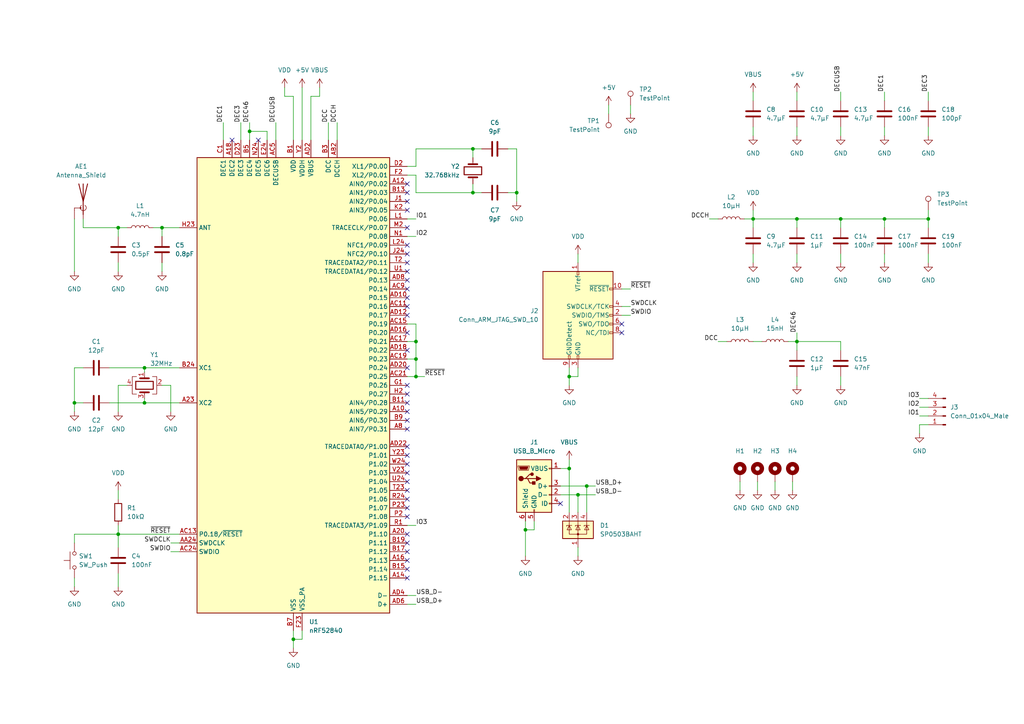
<source format=kicad_sch>
(kicad_sch (version 20211123) (generator eeschema)
  (paper "A4")
  (lib_symbols
    (symbol "Connector:Conn_01x04_Male" (pin_names (offset 1.016) hide)
      (property "Reference" "J" (at 0 5.08 0))
      (property "Value" "Conn_01x04_Male" (at 0 -7.62 0))
      (symbol "Conn_01x04_Male_1_1"
        (polyline (pts (xy 1.27 -5.08) (xy 0.8636 -5.08)) (stroke (width 0.1524)))
        (polyline (pts (xy 1.27 -2.54) (xy 0.8636 -2.54)) (stroke (width 0.1524)))
        (polyline (pts (xy 1.27 0) (xy 0.8636 0)) (stroke (width 0.1524)))
        (polyline (pts (xy 1.27 2.54) (xy 0.8636 2.54)) (stroke (width 0.1524)))
        (rectangle (start 0.8636 -4.953) (end 0 -5.207) (stroke (width 0.1524)) (fill (type outline)))
        (rectangle (start 0.8636 -2.413) (end 0 -2.667) (stroke (width 0.1524)) (fill (type outline)))
        (rectangle (start 0.8636 0.127) (end 0 -0.127) (stroke (width 0.1524)) (fill (type outline)))
        (rectangle (start 0.8636 2.667) (end 0 2.413) (stroke (width 0.1524)) (fill (type outline)))
        (pin passive line (at 5.08 2.54 180) (length 3.81) (name "Pin_1") (number "1"))
        (pin passive line (at 5.08 0 180) (length 3.81) (name "Pin_2") (number "2"))
        (pin passive line (at 5.08 -2.54 180) (length 3.81) (name "Pin_3") (number "3"))
        (pin passive line (at 5.08 -5.08 180) (length 3.81) (name "Pin_4") (number "4"))
      )
    )
    (symbol "Connector:Conn_ARM_JTAG_SWD_10" (pin_names (offset 1.016))
      (property "Reference" "J" (at -2.54 16.51 0))
      (property "Value" "Conn_ARM_JTAG_SWD_10" (at -2.54 13.97 0))
      (symbol "Conn_ARM_JTAG_SWD_10_0_1"
        (rectangle (start -10.16 12.7) (end 10.16 -12.7) (stroke (width 0.254)) (fill (type background)))
        (rectangle (start -2.794 -12.7) (end -2.286 -11.684))
        (rectangle (start -0.254 -12.7) (end 0.254 -11.684))
        (rectangle (start -0.254 12.7) (end 0.254 11.684))
        (rectangle (start 9.144 2.286) (end 10.16 2.794))
        (rectangle (start 10.16 -2.794) (end 9.144 -2.286))
        (rectangle (start 10.16 -0.254) (end 9.144 0.254))
        (rectangle (start 10.16 7.874) (end 9.144 7.366))
      )
      (symbol "Conn_ARM_JTAG_SWD_10_1_1"
        (rectangle (start 9.144 -5.334) (end 10.16 -4.826))
        (pin power_in line (at 0 15.24 270) (length 2.54) (name "VTref") (number "1"))
        (pin open_collector line (at 12.7 7.62 180) (length 2.54) (name "~{RESET}") (number "10"))
        (pin bidirectional line (at 12.7 0 180) (length 2.54) (name "SWDIO/TMS") (number "2"))
        (pin power_in line (at 0 -15.24 90) (length 2.54) (name "GND") (number "3"))
        (pin output line (at 12.7 2.54 180) (length 2.54) (name "SWDCLK/TCK") (number "4"))
        (pin passive line (at 0 -15.24 90) (length 2.54) hide (name "GND") (number "5"))
        (pin input line (at 12.7 -2.54 180) (length 2.54) (name "SWO/TDO") (number "6"))
        (pin no_connect line (at -10.16 0 0) (length 2.54) hide (name "KEY") (number "7"))
        (pin output line (at 12.7 -5.08 180) (length 2.54) (name "NC/TDI") (number "8"))
        (pin passive line (at -2.54 -15.24 90) (length 2.54) (name "GNDDetect") (number "9"))
      )
    )
    (symbol "Connector:TestPoint" (pin_numbers hide) (pin_names (offset 0.762) hide)
      (property "Reference" "TP" (at 0 6.858 0))
      (property "Value" "TestPoint" (at 0 5.08 0))
      (symbol "TestPoint_0_1"
        (circle (center 0 3.302) (radius 0.762))
      )
      (symbol "TestPoint_1_1"
        (pin passive line (at 0 0 90) (length 2.54) (name "1") (number "1"))
      )
    )
    (symbol "Connector:USB_B_Micro" (pin_names (offset 1.016))
      (property "Reference" "J" (at -5.08 11.43 0))
      (property "Value" "USB_B_Micro" (at -5.08 8.89 0))
      (symbol "USB_B_Micro_0_1"
        (rectangle (start -5.08 -7.62) (end 5.08 7.62) (stroke (width 0.254)) (fill (type background)))
        (circle (center -3.81 2.159) (radius 0.635) (stroke (width 0.254)) (fill (type outline)))
        (circle (center -0.635 3.429) (radius 0.381) (stroke (width 0.254)) (fill (type outline)))
        (rectangle (start -0.127 -7.62) (end 0.127 -6.858))
        (polyline (pts (xy -1.905 2.159) (xy 0.635 2.159)) (stroke (width 0.254)))
        (polyline (pts (xy -3.175 2.159) (xy -2.54 2.159) (xy -1.27 3.429) (xy -0.635 3.429)) (stroke (width 0.254)))
        (polyline (pts (xy -2.54 2.159) (xy -1.905 2.159) (xy -1.27 0.889) (xy 0 0.889)) (stroke (width 0.254)))
        (polyline (pts (xy 0.635 2.794) (xy 0.635 1.524) (xy 1.905 2.159) (xy 0.635 2.794)) (stroke (width 0.254)) (fill (type outline)))
        (polyline (pts (xy -4.318 5.588) (xy -1.778 5.588) (xy -2.032 4.826) (xy -4.064 4.826) (xy -4.318 5.588)) (fill (type outline)))
        (polyline (pts (xy -4.699 5.842) (xy -4.699 5.588) (xy -4.445 4.826) (xy -4.445 4.572) (xy -1.651 4.572) (xy -1.651 4.826) (xy -1.397 5.588) (xy -1.397 5.842) (xy -4.699 5.842)))
        (rectangle (start 0.254 1.27) (end -0.508 0.508) (stroke (width 0.254)) (fill (type outline)))
        (rectangle (start 5.08 -5.207) (end 4.318 -4.953))
        (rectangle (start 5.08 -2.667) (end 4.318 -2.413))
        (rectangle (start 5.08 -0.127) (end 4.318 0.127))
        (rectangle (start 5.08 4.953) (end 4.318 5.207))
      )
      (symbol "USB_B_Micro_1_1"
        (pin power_out line (at 7.62 5.08 180) (length 2.54) (name "VBUS") (number "1"))
        (pin bidirectional line (at 7.62 -2.54 180) (length 2.54) (name "D-") (number "2"))
        (pin bidirectional line (at 7.62 0 180) (length 2.54) (name "D+") (number "3"))
        (pin passive line (at 7.62 -5.08 180) (length 2.54) (name "ID") (number "4"))
        (pin power_out line (at 0 -10.16 90) (length 2.54) (name "GND") (number "5"))
        (pin passive line (at -2.54 -10.16 90) (length 2.54) (name "Shield") (number "6"))
      )
    )
    (symbol "Device:Antenna_Shield" (pin_numbers hide) (pin_names (offset 1.016) hide)
      (property "Reference" "AE" (at -1.905 4.445 0))
      (property "Value" "Antenna_Shield" (at -1.905 2.54 0))
      (symbol "Antenna_Shield_0_1"
        (arc (start -0.508 -1.143) (mid -0.8429 -2.1194) (end 0 -2.667))
        (arc (start 0 -2.667) (mid 0.7989 -2.1052) (end 0.508 -1.143))
        (polyline (pts (xy 0 -2.54) (xy 0 0)))
        (polyline (pts (xy 0 5.08) (xy 0 -3.81)) (stroke (width 0.254)))
        (polyline (pts (xy 0.762 -1.905) (xy 2.54 -1.905)))
        (polyline (pts (xy 2.54 -2.54) (xy 2.54 -1.905)))
        (polyline (pts (xy 1.27 5.08) (xy 0 0) (xy -1.27 5.08)) (stroke (width 0.254)))
        (circle (center 0.762 -1.905) (radius 0.1778) (fill (type outline)))
      )
      (symbol "Antenna_Shield_1_1"
        (pin input line (at 0 -5.08 90) (length 2.54) (name "A") (number "1"))
        (pin input line (at 2.54 -5.08 90) (length 2.54) (name "Shield") (number "2"))
      )
    )
    (symbol "Device:C" (pin_numbers hide) (pin_names (offset 0.254))
      (property "Reference" "C" (at 0.635 2.54 0))
      (property "Value" "C" (at 0.635 -2.54 0))
      (symbol "C_0_1"
        (polyline (pts (xy -2.032 -0.762) (xy 2.032 -0.762)) (stroke (width 0.508)))
        (polyline (pts (xy -2.032 0.762) (xy 2.032 0.762)) (stroke (width 0.508)))
      )
      (symbol "C_1_1"
        (pin passive line (at 0 3.81 270) (length 2.794) (name "~") (number "1"))
        (pin passive line (at 0 -3.81 90) (length 2.794) (name "~") (number "2"))
      )
    )
    (symbol "Device:Crystal" (pin_numbers hide) (pin_names (offset 1.016) hide)
      (property "Reference" "Y" (at 0 3.81 0))
      (property "Value" "Crystal" (at 0 -3.81 0))
      (symbol "Crystal_0_1"
        (rectangle (start -1.143 2.54) (end 1.143 -2.54) (stroke (width 0.3048)))
        (polyline (pts (xy -2.54 0) (xy -1.905 0)))
        (polyline (pts (xy -1.905 -1.27) (xy -1.905 1.27)) (stroke (width 0.508)))
        (polyline (pts (xy 1.905 -1.27) (xy 1.905 1.27)) (stroke (width 0.508)))
        (polyline (pts (xy 2.54 0) (xy 1.905 0)))
      )
      (symbol "Crystal_1_1"
        (pin passive line (at -3.81 0 0) (length 1.27) (name "1") (number "1"))
        (pin passive line (at 3.81 0 180) (length 1.27) (name "2") (number "2"))
      )
    )
    (symbol "Device:Crystal_GND24" (pin_names (offset 1.016) hide)
      (property "Reference" "Y" (at 3.175 5.08 0))
      (property "Value" "Crystal_GND24" (at 3.175 3.175 0))
      (symbol "Crystal_GND24_0_1"
        (rectangle (start -1.143 2.54) (end 1.143 -2.54) (stroke (width 0.3048)))
        (polyline (pts (xy -2.54 0) (xy -2.032 0)))
        (polyline (pts (xy -2.032 -1.27) (xy -2.032 1.27)) (stroke (width 0.508)))
        (polyline (pts (xy 0 -3.81) (xy 0 -3.556)))
        (polyline (pts (xy 0 3.556) (xy 0 3.81)))
        (polyline (pts (xy 2.032 -1.27) (xy 2.032 1.27)) (stroke (width 0.508)))
        (polyline (pts (xy 2.032 0) (xy 2.54 0)))
        (polyline (pts (xy -2.54 -2.286) (xy -2.54 -3.556) (xy 2.54 -3.556) (xy 2.54 -2.286)))
        (polyline (pts (xy -2.54 2.286) (xy -2.54 3.556) (xy 2.54 3.556) (xy 2.54 2.286)))
      )
      (symbol "Crystal_GND24_1_1"
        (pin passive line (at -3.81 0 0) (length 1.27) (name "1") (number "1"))
        (pin passive line (at 0 5.08 270) (length 1.27) (name "2") (number "2"))
        (pin passive line (at 3.81 0 180) (length 1.27) (name "3") (number "3"))
        (pin passive line (at 0 -5.08 90) (length 1.27) (name "4") (number "4"))
      )
    )
    (symbol "Device:L" (pin_numbers hide) (pin_names (offset 1.016) hide)
      (property "Reference" "L" (at -1.27 0 90))
      (property "Value" "L" (at 1.905 0 90))
      (symbol "L_0_1"
        (arc (start 0 -2.54) (mid 0.635 -1.905) (end 0 -1.27))
        (arc (start 0 -1.27) (mid 0.635 -0.635) (end 0 0))
        (arc (start 0 0) (mid 0.635 0.635) (end 0 1.27))
        (arc (start 0 1.27) (mid 0.635 1.905) (end 0 2.54))
      )
      (symbol "L_1_1"
        (pin passive line (at 0 3.81 270) (length 1.27) (name "1") (number "1"))
        (pin passive line (at 0 -3.81 90) (length 1.27) (name "2") (number "2"))
      )
    )
    (symbol "Device:R" (pin_numbers hide) (pin_names (offset 0))
      (property "Reference" "R" (at 2.032 0 90))
      (property "Value" "R" (at 0 0 90))
      (symbol "R_0_1"
        (rectangle (start -1.016 -2.54) (end 1.016 2.54) (stroke (width 0.254)))
      )
      (symbol "R_1_1"
        (pin passive line (at 0 3.81 270) (length 1.27) (name "~") (number "1"))
        (pin passive line (at 0 -3.81 90) (length 1.27) (name "~") (number "2"))
      )
    )
    (symbol "MCU_Nordic:nRF52840"
      (property "Reference" "U" (at 0 5.08 0))
      (property "Value" "nRF52840" (at 0 2.54 0))
      (symbol "nRF52840_0_1"
        (rectangle (start -27.94 66.04) (end 27.94 -66.04) (stroke (width 0.254)) (fill (type background)))
      )
      (symbol "nRF52840_1_1"
        (pin bidirectional line (at 33.02 -7.62 180) (length 5.08) (name "AIN5/P0.29") (number "A10"))
        (pin bidirectional line (at 33.02 58.42 180) (length 5.08) (name "AIN0/P0.02") (number "A12"))
        (pin bidirectional line (at 33.02 -55.88 180) (length 5.08) (name "P1.15") (number "A14"))
        (pin bidirectional line (at 33.02 -50.8 180) (length 5.08) (name "P1.13") (number "A16"))
        (pin passive line (at -17.78 71.12 270) (length 5.08) (name "DEC2") (number "A18"))
        (pin bidirectional line (at 33.02 -43.18 180) (length 5.08) (name "P1.10") (number "A20"))
        (pin passive line (at 0 71.12 270) (length 5.08) hide (name "VDD") (number "A22"))
        (pin input line (at -33.02 -5.08 0) (length 5.08) (name "XC2") (number "A23"))
        (pin bidirectional line (at 33.02 -12.7 180) (length 5.08) (name "AIN7/P0.31") (number "A8"))
        (pin input line (at -33.02 -45.72 0) (length 5.08) (name "SWDCLK") (number "AA24"))
        (pin power_out line (at 12.7 71.12 270) (length 5.08) (name "DCCH") (number "AB2"))
        (pin bidirectional line (at 33.02 22.86 180) (length 5.08) (name "P0.16") (number "AC11"))
        (pin bidirectional line (at -33.02 -43.18 0) (length 5.08) (name "P0.18/~{RESET}") (number "AC13"))
        (pin bidirectional line (at 33.02 17.78 180) (length 5.08) (name "P0.19") (number "AC15"))
        (pin bidirectional line (at 33.02 12.7 180) (length 5.08) (name "P0.21") (number "AC17"))
        (pin bidirectional line (at 33.02 7.62 180) (length 5.08) (name "P0.23") (number "AC19"))
        (pin bidirectional line (at 33.02 2.54 180) (length 5.08) (name "P0.25") (number "AC21"))
        (pin bidirectional line (at -33.02 -48.26 0) (length 5.08) (name "SWDIO") (number "AC24"))
        (pin passive line (at -5.08 71.12 270) (length 5.08) (name "DECUSB") (number "AC5"))
        (pin bidirectional line (at 33.02 27.94 180) (length 5.08) (name "P0.14") (number "AC9"))
        (pin bidirectional line (at 33.02 25.4 180) (length 5.08) (name "P0.15") (number "AD10"))
        (pin bidirectional line (at 33.02 20.32 180) (length 5.08) (name "P0.17") (number "AD12"))
        (pin passive line (at 0 71.12 270) (length 5.08) hide (name "VDD") (number "AD14"))
        (pin bidirectional line (at 33.02 15.24 180) (length 5.08) (name "P0.20") (number "AD16"))
        (pin bidirectional line (at 33.02 10.16 180) (length 5.08) (name "P0.22") (number "AD18"))
        (pin power_in line (at 5.08 71.12 270) (length 5.08) (name "VBUS") (number "AD2"))
        (pin bidirectional line (at 33.02 5.08 180) (length 5.08) (name "P0.24") (number "AD20"))
        (pin bidirectional line (at 33.02 -17.78 180) (length 5.08) (name "TRACEDATA0/P1.00") (number "AD22"))
        (pin passive line (at 0 71.12 270) (length 5.08) hide (name "VDD") (number "AD23"))
        (pin bidirectional line (at 33.02 -60.96 180) (length 5.08) (name "D-") (number "AD4"))
        (pin bidirectional line (at 33.02 -63.5 180) (length 5.08) (name "D+") (number "AD6"))
        (pin bidirectional line (at 33.02 30.48 180) (length 5.08) (name "P0.13") (number "AD8"))
        (pin power_in line (at 0 71.12 270) (length 5.08) (name "VDD") (number "B1"))
        (pin bidirectional line (at 33.02 -5.08 180) (length 5.08) (name "AIN4/P0.28") (number "B11"))
        (pin bidirectional line (at 33.02 55.88 180) (length 5.08) (name "AIN1/P0.03") (number "B13"))
        (pin bidirectional line (at 33.02 -53.34 180) (length 5.08) (name "P1.14") (number "B15"))
        (pin bidirectional line (at 33.02 -48.26 180) (length 5.08) (name "P1.12") (number "B17"))
        (pin bidirectional line (at 33.02 -45.72 180) (length 5.08) (name "P1.11") (number "B19"))
        (pin input line (at -33.02 5.08 0) (length 5.08) (name "XC1") (number "B24"))
        (pin power_out line (at 10.16 71.12 270) (length 5.08) (name "DCC") (number "B3"))
        (pin passive line (at -12.7 71.12 270) (length 5.08) (name "DEC4") (number "B5"))
        (pin power_in line (at 0 -71.12 90) (length 5.08) (name "VSS") (number "B7"))
        (pin bidirectional line (at 33.02 -10.16 180) (length 5.08) (name "AIN6/P0.30") (number "B9"))
        (pin passive line (at -20.32 71.12 270) (length 5.08) (name "DEC1") (number "C1"))
        (pin bidirectional line (at 33.02 63.5 180) (length 5.08) (name "XL1/P0.00") (number "D2"))
        (pin passive line (at -15.24 71.12 270) (length 5.08) (name "DEC3") (number "D23"))
        (pin passive line (at -7.62 71.12 270) (length 5.08) (name "DEC6") (number "E24"))
        (pin passive line (at 0 -71.12 90) (length 5.08) hide (name "VSS") (number "EP"))
        (pin bidirectional line (at 33.02 60.96 180) (length 5.08) (name "XL2/P0.01") (number "F2"))
        (pin power_in line (at 2.54 -71.12 90) (length 5.08) (name "VSS_PA") (number "F23"))
        (pin bidirectional line (at 33.02 0 180) (length 5.08) (name "P0.26") (number "G1"))
        (pin bidirectional line (at 33.02 -2.54 180) (length 5.08) (name "P0.27") (number "H2"))
        (pin passive line (at -33.02 45.72 0) (length 5.08) (name "ANT") (number "H23"))
        (pin bidirectional line (at 33.02 53.34 180) (length 5.08) (name "AIN2/P0.04") (number "J1"))
        (pin bidirectional line (at 33.02 38.1 180) (length 5.08) (name "NFC2/P0.10") (number "J24"))
        (pin bidirectional line (at 33.02 50.8 180) (length 5.08) (name "AIN3/P0.05") (number "K2"))
        (pin bidirectional line (at 33.02 48.26 180) (length 5.08) (name "P0.06") (number "L1"))
        (pin bidirectional line (at 33.02 40.64 180) (length 5.08) (name "NFC1/P0.09") (number "L24"))
        (pin bidirectional line (at 33.02 45.72 180) (length 5.08) (name "TRACECLK/P0.07") (number "M2"))
        (pin bidirectional line (at 33.02 43.18 180) (length 5.08) (name "P0.08") (number "N1"))
        (pin passive line (at -10.16 71.12 270) (length 5.08) (name "DEC5") (number "N24"))
        (pin bidirectional line (at 33.02 -38.1 180) (length 5.08) (name "P1.08") (number "P2"))
        (pin bidirectional line (at 33.02 -35.56 180) (length 5.08) (name "P1.07") (number "P23"))
        (pin bidirectional line (at 33.02 -40.64 180) (length 5.08) (name "TRACEDATA3/P1.09") (number "R1"))
        (pin bidirectional line (at 33.02 -33.02 180) (length 5.08) (name "P1.06") (number "R24"))
        (pin bidirectional line (at 33.02 35.56 180) (length 5.08) (name "TRACEDATA2/P0.11") (number "T2"))
        (pin bidirectional line (at 33.02 -30.48 180) (length 5.08) (name "P1.05") (number "T23"))
        (pin bidirectional line (at 33.02 33.02 180) (length 5.08) (name "TRACEDATA1/P0.12") (number "U1"))
        (pin bidirectional line (at 33.02 -27.94 180) (length 5.08) (name "P1.04") (number "U24"))
        (pin bidirectional line (at 33.02 -25.4 180) (length 5.08) (name "P1.03") (number "V23"))
        (pin passive line (at 0 71.12 270) (length 5.08) hide (name "VDD") (number "W1"))
        (pin bidirectional line (at 33.02 -22.86 180) (length 5.08) (name "P1.02") (number "W24"))
        (pin power_in line (at 2.54 71.12 270) (length 5.08) (name "VDDH") (number "Y2"))
        (pin bidirectional line (at 33.02 -20.32 180) (length 5.08) (name "P1.01") (number "Y23"))
      )
    )
    (symbol "Mechanical:MountingHole_Pad" (pin_numbers hide) (pin_names (offset 1.016) hide)
      (property "Reference" "H" (at 0 6.35 0))
      (property "Value" "MountingHole_Pad" (at 0 4.445 0))
      (symbol "MountingHole_Pad_0_1"
        (circle (center 0 1.27) (radius 1.27) (stroke (width 1.27)))
      )
      (symbol "MountingHole_Pad_1_1"
        (pin input line (at 0 -2.54 90) (length 2.54) (name "1") (number "1"))
      )
    )
    (symbol "Power_Protection:SP0503BAHT" (pin_names hide)
      (property "Reference" "D" (at 5.715 2.54 0))
      (property "Value" "SP0503BAHT" (at 5.715 0.635 0))
      (symbol "SP0503BAHT_0_0"
        (pin passive line (at 0 -5.08 90) (length 2.54) (name "A") (number "1"))
      )
      (symbol "SP0503BAHT_0_1"
        (rectangle (start -4.445 2.54) (end 4.445 -2.54) (stroke (width 0.254)) (fill (type background)))
        (circle (center 0 -1.27) (radius 0.254) (fill (type outline)))
        (polyline (pts (xy -2.54 2.54) (xy -2.54 1.27)))
        (polyline (pts (xy 0 -1.27) (xy 0 -2.54)))
        (polyline (pts (xy 0 -1.27) (xy 0 1.27)))
        (polyline (pts (xy 0 2.54) (xy 0 1.27)))
        (polyline (pts (xy 0.635 1.27) (xy 0.762 1.27)))
        (polyline (pts (xy 2.54 2.54) (xy 2.54 1.27)))
        (polyline (pts (xy 0.635 1.27) (xy -0.762 1.27) (xy -0.762 1.016)))
        (polyline (pts (xy -3.302 1.016) (xy -3.302 1.27) (xy -1.905 1.27) (xy -1.778 1.27)))
        (polyline (pts (xy -2.54 1.27) (xy -2.54 -1.27) (xy 2.54 -1.27) (xy 2.54 1.27)))
        (polyline (pts (xy -2.54 1.27) (xy -1.905 0) (xy -3.175 0) (xy -2.54 1.27)))
        (polyline (pts (xy 0.635 0) (xy -0.635 0) (xy 0 1.27) (xy 0.635 0)))
        (polyline (pts (xy 1.778 1.016) (xy 1.778 1.27) (xy 3.175 1.27) (xy 3.302 1.27)))
        (polyline (pts (xy 2.54 1.27) (xy 1.905 0) (xy 3.175 0) (xy 2.54 1.27)))
      )
      (symbol "SP0503BAHT_1_1"
        (pin passive line (at -2.54 5.08 270) (length 2.54) (name "K") (number "2"))
        (pin passive line (at 0 5.08 270) (length 2.54) (name "K") (number "3"))
        (pin passive line (at 2.54 5.08 270) (length 2.54) (name "K") (number "4"))
      )
    )
    (symbol "Switch:SW_Push" (pin_numbers hide) (pin_names (offset 1.016) hide)
      (property "Reference" "SW" (at 1.27 2.54 0))
      (property "Value" "SW_Push" (at 0 -1.524 0))
      (symbol "SW_Push_0_1"
        (circle (center -2.032 0) (radius 0.508))
        (polyline (pts (xy 0 1.27) (xy 0 3.048)))
        (polyline (pts (xy 2.54 1.27) (xy -2.54 1.27)))
        (circle (center 2.032 0) (radius 0.508))
        (pin passive line (at -5.08 0 0) (length 2.54) (name "1") (number "1"))
        (pin passive line (at 5.08 0 180) (length 2.54) (name "2") (number "2"))
      )
    )
    (symbol "power:+5V" (power) (pin_names (offset 0))
      (property "Value" "+5V" (at 0 3.556 0))
      (symbol "+5V_0_1"
        (polyline (pts (xy -0.762 1.27) (xy 0 2.54)))
        (polyline (pts (xy 0 0) (xy 0 2.54)))
        (polyline (pts (xy 0 2.54) (xy 0.762 1.27)))
      )
      (symbol "+5V_1_1"
        (pin power_in line (at 0 0 90) (length 0) hide (name "+5V") (number "1"))
      )
    )
    (symbol "power:GND" (power) (pin_names (offset 0))
      (property "Value" "GND" (at 0 -3.81 0))
      (symbol "GND_0_1"
        (polyline (pts (xy 0 0) (xy 0 -1.27) (xy 1.27 -1.27) (xy 0 -2.54) (xy -1.27 -1.27) (xy 0 -1.27)))
      )
      (symbol "GND_1_1"
        (pin power_in line (at 0 0 270) (length 0) hide (name "GND") (number "1"))
      )
    )
    (symbol "power:VBUS" (power) (pin_names (offset 0))
      (property "Value" "VBUS" (at 0 3.81 0))
      (symbol "VBUS_0_1"
        (polyline (pts (xy -0.762 1.27) (xy 0 2.54)))
        (polyline (pts (xy 0 0) (xy 0 2.54)))
        (polyline (pts (xy 0 2.54) (xy 0.762 1.27)))
      )
      (symbol "VBUS_1_1"
        (pin power_in line (at 0 0 90) (length 0) hide (name "VBUS") (number "1"))
      )
    )
    (symbol "power:VDD" (power) (pin_names (offset 0))
      (property "Value" "VDD" (at 0 3.81 0))
      (symbol "VDD_0_1"
        (polyline (pts (xy -0.762 1.27) (xy 0 2.54)))
        (polyline (pts (xy 0 0) (xy 0 2.54)))
        (polyline (pts (xy 0 2.54) (xy 0.762 1.27)))
      )
      (symbol "VDD_1_1"
        (pin power_in line (at 0 0 90) (length 0) hide (name "VDD") (number "1"))
      )
    )
  )
  (junction (at 231.14 63.5))
  (junction (at 137.16 55.88))
  (junction (at 256.54 63.5))
  (junction (at 243.84 63.5))
  (junction (at 170.18 140.97))
  (junction (at 167.64 143.51))
  (junction (at 41.91 116.84))
  (junction (at 72.39 38.1))
  (junction (at 231.14 99.06))
  (junction (at 218.44 63.5))
  (junction (at 46.99 66.04))
  (junction (at 120.65 109.22))
  (junction (at 34.29 66.04))
  (junction (at 120.65 99.06))
  (junction (at 152.4 153.67))
  (junction (at 269.24 63.5))
  (junction (at 149.86 55.88))
  (junction (at 41.91 106.68))
  (junction (at 85.09 185.42))
  (junction (at 120.65 104.14))
  (junction (at 21.59 116.84))
  (junction (at 34.29 154.94))
  (junction (at 137.16 43.18))
  (junction (at 165.1 109.22))
  (junction (at 165.1 135.89))
  (no_connect (at 118.11 106.68))
  (no_connect (at 118.11 139.7))
  (no_connect (at 118.11 134.62))
  (no_connect (at 118.11 78.74))
  (no_connect (at 118.11 119.38))
  (no_connect (at 118.11 96.52))
  (no_connect (at 118.11 116.84))
  (no_connect (at 118.11 165.1))
  (no_connect (at 118.11 154.94))
  (no_connect (at 118.11 76.2))
  (no_connect (at 118.11 124.46))
  (no_connect (at 118.11 60.96))
  (no_connect (at 118.11 160.02))
  (no_connect (at 118.11 66.04))
  (no_connect (at 118.11 157.48))
  (no_connect (at 118.11 121.92))
  (no_connect (at 118.11 142.24))
  (no_connect (at 118.11 58.42))
  (no_connect (at 118.11 114.3))
  (no_connect (at 118.11 86.36))
  (no_connect (at 118.11 129.54))
  (no_connect (at 118.11 73.66))
  (no_connect (at 118.11 167.64))
  (no_connect (at 118.11 111.76))
  (no_connect (at 118.11 83.82))
  (no_connect (at 180.34 96.52))
  (no_connect (at 118.11 149.86))
  (no_connect (at 118.11 137.16))
  (no_connect (at 118.11 55.88))
  (no_connect (at 162.56 146.05))
  (no_connect (at 118.11 162.56))
  (no_connect (at 118.11 88.9))
  (no_connect (at 118.11 81.28))
  (no_connect (at 118.11 101.6))
  (no_connect (at 180.34 93.98))
  (no_connect (at 118.11 53.34))
  (no_connect (at 74.93 40.64))
  (no_connect (at 118.11 91.44))
  (no_connect (at 118.11 147.32))
  (no_connect (at 67.31 40.64))
  (no_connect (at 118.11 144.78))
  (no_connect (at 118.11 132.08))
  (no_connect (at 118.11 71.12))
  (wire (pts (xy 120.65 109.22) (xy 118.11 109.22)))
  (wire (pts (xy 46.99 66.04) (xy 52.07 66.04)))
  (wire (pts (xy 167.64 143.51) (xy 172.72 143.51)))
  (wire (pts (xy 176.53 30.48) (xy 176.53 33.02)))
  (wire (pts (xy 120.65 99.06) (xy 118.11 99.06)))
  (wire (pts (xy 147.32 55.88) (xy 149.86 55.88)))
  (wire (pts (xy 118.11 50.8) (xy 120.65 50.8)))
  (wire (pts (xy 224.79 139.7) (xy 224.79 142.24)))
  (wire (pts (xy 215.9 63.5) (xy 218.44 63.5)))
  (wire (pts (xy 218.44 26.67) (xy 218.44 29.21)))
  (wire (pts (xy 149.86 55.88) (xy 149.86 43.18)))
  (wire (pts (xy 85.09 185.42) (xy 85.09 187.96)))
  (wire (pts (xy 41.91 107.95) (xy 41.91 106.68)))
  (wire (pts (xy 208.28 99.06) (xy 210.82 99.06)))
  (wire (pts (xy 180.34 88.9) (xy 182.88 88.9)))
  (wire (pts (xy 180.34 83.82) (xy 182.88 83.82)))
  (wire (pts (xy 269.24 73.66) (xy 269.24 76.2)))
  (wire (pts (xy 231.14 36.83) (xy 231.14 39.37)))
  (wire (pts (xy 214.63 139.7) (xy 214.63 142.24)))
  (wire (pts (xy 266.7 123.19) (xy 269.24 123.19)))
  (wire (pts (xy 243.84 109.22) (xy 243.84 111.76)))
  (wire (pts (xy 170.18 140.97) (xy 172.72 140.97)))
  (wire (pts (xy 95.25 35.56) (xy 95.25 40.64)))
  (wire (pts (xy 231.14 73.66) (xy 231.14 76.2)))
  (wire (pts (xy 152.4 153.67) (xy 154.94 153.67)))
  (wire (pts (xy 90.17 27.94) (xy 90.17 40.64)))
  (wire (pts (xy 34.29 154.94) (xy 52.07 154.94)))
  (wire (pts (xy 120.65 104.14) (xy 120.65 99.06)))
  (wire (pts (xy 162.56 143.51) (xy 167.64 143.51)))
  (wire (pts (xy 231.14 63.5) (xy 231.14 66.04)))
  (wire (pts (xy 120.65 55.88) (xy 137.16 55.88)))
  (wire (pts (xy 137.16 55.88) (xy 137.16 53.34)))
  (wire (pts (xy 49.53 157.48) (xy 52.07 157.48)))
  (wire (pts (xy 218.44 63.5) (xy 231.14 63.5)))
  (wire (pts (xy 256.54 63.5) (xy 256.54 66.04)))
  (wire (pts (xy 34.29 152.4) (xy 34.29 154.94)))
  (wire (pts (xy 243.84 73.66) (xy 243.84 76.2)))
  (wire (pts (xy 165.1 109.22) (xy 165.1 111.76)))
  (wire (pts (xy 80.01 35.56) (xy 80.01 40.64)))
  (wire (pts (xy 46.99 76.2) (xy 46.99 78.74)))
  (wire (pts (xy 34.29 66.04) (xy 36.83 66.04)))
  (wire (pts (xy 243.84 26.67) (xy 243.84 29.21)))
  (wire (pts (xy 269.24 66.04) (xy 269.24 63.5)))
  (wire (pts (xy 180.34 91.44) (xy 182.88 91.44)))
  (wire (pts (xy 120.65 93.98) (xy 118.11 93.98)))
  (wire (pts (xy 46.99 111.76) (xy 49.53 111.76)))
  (wire (pts (xy 219.71 139.7) (xy 219.71 142.24)))
  (wire (pts (xy 231.14 63.5) (xy 243.84 63.5)))
  (wire (pts (xy 85.09 182.88) (xy 85.09 185.42)))
  (wire (pts (xy 118.11 152.4) (xy 120.65 152.4)))
  (wire (pts (xy 165.1 135.89) (xy 165.1 148.59)))
  (wire (pts (xy 87.63 25.4) (xy 87.63 40.64)))
  (wire (pts (xy 34.29 142.24) (xy 34.29 144.78)))
  (wire (pts (xy 118.11 104.14) (xy 120.65 104.14)))
  (wire (pts (xy 41.91 106.68) (xy 52.07 106.68)))
  (wire (pts (xy 149.86 58.42) (xy 149.86 55.88)))
  (wire (pts (xy 218.44 63.5) (xy 218.44 66.04)))
  (wire (pts (xy 34.29 111.76) (xy 34.29 119.38)))
  (wire (pts (xy 162.56 140.97) (xy 170.18 140.97)))
  (wire (pts (xy 182.88 30.48) (xy 182.88 33.02)))
  (wire (pts (xy 72.39 35.56) (xy 72.39 38.1)))
  (wire (pts (xy 34.29 158.75) (xy 34.29 154.94)))
  (wire (pts (xy 167.64 73.66) (xy 167.64 76.2)))
  (wire (pts (xy 266.7 125.73) (xy 266.7 123.19)))
  (wire (pts (xy 228.6 99.06) (xy 231.14 99.06)))
  (wire (pts (xy 170.18 140.97) (xy 170.18 148.59)))
  (wire (pts (xy 152.4 153.67) (xy 152.4 161.29)))
  (wire (pts (xy 49.53 111.76) (xy 49.53 119.38)))
  (wire (pts (xy 137.16 43.18) (xy 120.65 43.18)))
  (wire (pts (xy 85.09 185.42) (xy 87.63 185.42)))
  (wire (pts (xy 269.24 36.83) (xy 269.24 39.37)))
  (wire (pts (xy 41.91 115.57) (xy 41.91 116.84)))
  (wire (pts (xy 154.94 153.67) (xy 154.94 151.13)))
  (wire (pts (xy 21.59 63.5) (xy 21.59 78.74)))
  (wire (pts (xy 118.11 63.5) (xy 120.65 63.5)))
  (wire (pts (xy 21.59 154.94) (xy 21.59 157.48)))
  (wire (pts (xy 87.63 185.42) (xy 87.63 182.88)))
  (wire (pts (xy 165.1 135.89) (xy 162.56 135.89)))
  (wire (pts (xy 243.84 63.5) (xy 256.54 63.5)))
  (wire (pts (xy 218.44 73.66) (xy 218.44 76.2)))
  (wire (pts (xy 92.71 25.4) (xy 92.71 27.94)))
  (wire (pts (xy 269.24 26.67) (xy 269.24 29.21)))
  (wire (pts (xy 24.13 66.04) (xy 34.29 66.04)))
  (wire (pts (xy 49.53 160.02) (xy 52.07 160.02)))
  (wire (pts (xy 243.84 63.5) (xy 243.84 66.04)))
  (wire (pts (xy 34.29 76.2) (xy 34.29 78.74)))
  (wire (pts (xy 243.84 99.06) (xy 243.84 101.6)))
  (wire (pts (xy 231.14 109.22) (xy 231.14 111.76)))
  (wire (pts (xy 120.65 109.22) (xy 123.19 109.22)))
  (wire (pts (xy 167.64 143.51) (xy 167.64 148.59)))
  (wire (pts (xy 229.87 139.7) (xy 229.87 142.24)))
  (wire (pts (xy 152.4 151.13) (xy 152.4 153.67)))
  (wire (pts (xy 24.13 63.5) (xy 24.13 66.04)))
  (wire (pts (xy 46.99 66.04) (xy 46.99 68.58)))
  (wire (pts (xy 21.59 116.84) (xy 21.59 119.38)))
  (wire (pts (xy 120.65 99.06) (xy 120.65 93.98)))
  (wire (pts (xy 167.64 158.75) (xy 167.64 161.29)))
  (wire (pts (xy 34.29 154.94) (xy 21.59 154.94)))
  (wire (pts (xy 92.71 27.94) (xy 90.17 27.94)))
  (wire (pts (xy 82.55 25.4) (xy 82.55 27.94)))
  (wire (pts (xy 165.1 133.35) (xy 165.1 135.89)))
  (wire (pts (xy 120.65 104.14) (xy 120.65 109.22)))
  (wire (pts (xy 120.65 43.18) (xy 120.65 48.26)))
  (wire (pts (xy 21.59 106.68) (xy 21.59 116.84)))
  (wire (pts (xy 24.13 106.68) (xy 21.59 106.68)))
  (wire (pts (xy 266.7 115.57) (xy 269.24 115.57)))
  (wire (pts (xy 256.54 36.83) (xy 256.54 39.37)))
  (wire (pts (xy 256.54 63.5) (xy 269.24 63.5)))
  (wire (pts (xy 120.65 50.8) (xy 120.65 55.88)))
  (wire (pts (xy 243.84 36.83) (xy 243.84 39.37)))
  (wire (pts (xy 34.29 66.04) (xy 34.29 68.58)))
  (wire (pts (xy 21.59 116.84) (xy 24.13 116.84)))
  (wire (pts (xy 21.59 167.64) (xy 21.59 170.18)))
  (wire (pts (xy 36.83 111.76) (xy 34.29 111.76)))
  (wire (pts (xy 165.1 106.68) (xy 165.1 109.22)))
  (wire (pts (xy 218.44 60.96) (xy 218.44 63.5)))
  (wire (pts (xy 69.85 35.56) (xy 69.85 40.64)))
  (wire (pts (xy 97.79 35.56) (xy 97.79 40.64)))
  (wire (pts (xy 34.29 166.37) (xy 34.29 170.18)))
  (wire (pts (xy 137.16 43.18) (xy 139.7 43.18)))
  (wire (pts (xy 218.44 36.83) (xy 218.44 39.37)))
  (wire (pts (xy 82.55 27.94) (xy 85.09 27.94)))
  (wire (pts (xy 118.11 172.72) (xy 120.65 172.72)))
  (wire (pts (xy 72.39 38.1) (xy 77.47 38.1)))
  (wire (pts (xy 256.54 26.67) (xy 256.54 29.21)))
  (wire (pts (xy 44.45 66.04) (xy 46.99 66.04)))
  (wire (pts (xy 165.1 109.22) (xy 167.64 109.22)))
  (wire (pts (xy 137.16 45.72) (xy 137.16 43.18)))
  (wire (pts (xy 149.86 43.18) (xy 147.32 43.18)))
  (wire (pts (xy 231.14 96.52) (xy 231.14 99.06)))
  (wire (pts (xy 231.14 26.67) (xy 231.14 29.21)))
  (wire (pts (xy 218.44 99.06) (xy 220.98 99.06)))
  (wire (pts (xy 231.14 99.06) (xy 231.14 101.6)))
  (wire (pts (xy 118.11 48.26) (xy 120.65 48.26)))
  (wire (pts (xy 139.7 55.88) (xy 137.16 55.88)))
  (wire (pts (xy 31.75 106.68) (xy 41.91 106.68)))
  (wire (pts (xy 256.54 73.66) (xy 256.54 76.2)))
  (wire (pts (xy 64.77 35.56) (xy 64.77 40.64)))
  (wire (pts (xy 266.7 120.65) (xy 269.24 120.65)))
  (wire (pts (xy 77.47 38.1) (xy 77.47 40.64)))
  (wire (pts (xy 266.7 118.11) (xy 269.24 118.11)))
  (wire (pts (xy 41.91 116.84) (xy 52.07 116.84)))
  (wire (pts (xy 118.11 175.26) (xy 120.65 175.26)))
  (wire (pts (xy 118.11 68.58) (xy 120.65 68.58)))
  (wire (pts (xy 85.09 27.94) (xy 85.09 40.64)))
  (wire (pts (xy 231.14 99.06) (xy 243.84 99.06)))
  (wire (pts (xy 167.64 109.22) (xy 167.64 106.68)))
  (wire (pts (xy 72.39 38.1) (xy 72.39 40.64)))
  (wire (pts (xy 31.75 116.84) (xy 41.91 116.84)))
  (wire (pts (xy 205.74 63.5) (xy 208.28 63.5)))
  (wire (pts (xy 269.24 60.96) (xy 269.24 63.5)))
  (label "DECUSB" (at 80.01 35.56 90))
  (label "~{RESET}" (at 182.88 83.82 0))
  (label "DCC" (at 208.28 99.06 180))
  (label "USB_D-" (at 172.72 143.51 0))
  (label "IO1" (at 266.7 120.65 180))
  (label "SWDCLK" (at 49.53 157.48 180))
  (label "IO3" (at 120.65 152.4 0))
  (label "DEC1" (at 256.54 26.67 90))
  (label "USB_D-" (at 120.65 172.72 0))
  (label "DEC46" (at 72.39 35.56 90))
  (label "~{RESET}" (at 49.53 154.94 180))
  (label "DCCH" (at 205.74 63.5 180))
  (label "DECUSB" (at 243.84 26.67 90))
  (label "USB_D+" (at 120.65 175.26 0))
  (label "IO2" (at 120.65 68.58 0))
  (label "DCCH" (at 97.79 35.56 90))
  (label "DEC1" (at 64.77 35.56 90))
  (label "DEC3" (at 69.85 35.56 90))
  (label "IO2" (at 266.7 118.11 180))
  (label "IO3" (at 266.7 115.57 180))
  (label "USB_D+" (at 172.72 140.97 0))
  (label "~{RESET}" (at 123.19 109.22 0))
  (label "SWDCLK" (at 182.88 88.9 0))
  (label "IO1" (at 120.65 63.5 0))
  (label "SWDIO" (at 49.53 160.02 180))
  (label "DEC3" (at 269.24 26.67 90))
  (label "DEC46" (at 231.14 96.52 90))
  (label "SWDIO" (at 182.88 91.44 0))
  (label "DCC" (at 95.25 35.56 90))
  (symbol (lib_id "Mechanical:MountingHole_Pad") (at 224.79 137.16 0) (unit 1)
    (property "Reference" "H3" (at 224.79 130.81 0))
    (property "Value" "MountingHole_Pad" (effects hide))
    (property "Footprint" "MountingHole:MountingHole_2.2mm_M2_Pad" (effects hide))
  )
  (symbol (lib_id "Device:C") (at 243.84 33.02 0) (unit 1)
    (property "Reference" "C13" (at 247.65 31.7499 0) (effects (justify left)))
    (property "Value" "4.7µF" (at 247.65 34.2899 0) (effects (justify left)))
    (property "Footprint" "Capacitor_SMD:C_0603_1608Metric" (effects hide))
  )
  (symbol (lib_id "power:GND") (at 21.59 119.38 0) (unit 1)
    (property "Reference" "#PWR0106" (effects hide))
    (property "Value" "GND" (at 21.59 124.46 0))
  )
  (symbol (lib_id "Power_Protection:SP0503BAHT") (at 167.64 153.67 0) (unit 1)
    (property "Reference" "D1" (at 173.99 152.3999 0) (effects (justify left)))
    (property "Value" "SP0503BAHT" (at 173.99 154.9399 0) (effects (justify left)))
    (property "Footprint" "Package_TO_SOT_SMD:SOT-143" (effects hide))
    (property "Datasheet" "http://www.littelfuse.com/~/media/files/littelfuse/technical%20resources/documents/data%20sheets/sp05xxba.pdf" (effects hide))
  )
  (symbol (lib_id "power:VDD") (at 167.64 73.66 0) (unit 1)
    (property "Reference" "#PWR0115" (effects hide))
    (property "Value" "VDD" (at 167.64 68.58 0))
  )
  (symbol (lib_id "Connector:Conn_01x04_Male") (at 274.32 120.65 180) (unit 1)
    (property "Reference" "J3" (at 275.59 118.1099 0) (effects (justify right)))
    (property "Value" "Conn_01x04_Male" (at 275.59 120.6499 0) (effects (justify right)))
    (property "Footprint" "Connector_PinHeader_2.54mm:PinHeader_1x04_P2.54mm_Vertical" (effects hide))
  )
  (symbol (lib_id "Device:C") (at 143.51 55.88 90) (unit 1)
    (property "Reference" "C7" (at 143.51 60.96 90))
    (property "Value" "9pF" (at 143.51 63.5 90))
    (property "Footprint" "Capacitor_SMD:C_0402_1005Metric" (effects hide))
  )
  (symbol (lib_id "Device:C") (at 256.54 69.85 0) (unit 1)
    (property "Reference" "C17" (at 260.35 68.5799 0) (effects (justify left)))
    (property "Value" "100nF" (at 260.35 71.1199 0) (effects (justify left)))
    (property "Footprint" "Capacitor_SMD:C_0402_1005Metric" (effects hide))
  )
  (symbol (lib_id "power:GND") (at 152.4 161.29 0) (unit 1)
    (property "Reference" "#PWR0140" (effects hide))
    (property "Value" "GND" (at 152.4 166.37 0))
  )
  (symbol (lib_id "power:GND") (at 21.59 170.18 0) (unit 1)
    (property "Reference" "#PWR0112" (effects hide))
    (property "Value" "GND" (at 21.59 175.26 0))
  )
  (symbol (lib_id "Device:L") (at 40.64 66.04 90) (unit 1)
    (property "Reference" "L1" (at 40.64 59.69 90))
    (property "Value" "4.7nH" (at 40.64 62.23 90))
    (property "Footprint" "Inductor_SMD:L_0402_1005Metric" (effects hide))
  )
  (symbol (lib_id "power:GND") (at 218.44 76.2 0) (unit 1)
    (property "Reference" "#PWR0127" (effects hide))
    (property "Value" "GND" (at 218.44 81.28 0))
  )
  (symbol (lib_id "Device:C") (at 231.14 69.85 0) (unit 1)
    (property "Reference" "C11" (at 234.95 68.5799 0) (effects (justify left)))
    (property "Value" "1µF" (at 234.95 71.1199 0) (effects (justify left)))
    (property "Footprint" "Capacitor_SMD:C_0603_1608Metric" (effects hide))
  )
  (symbol (lib_id "power:GND") (at 269.24 76.2 0) (unit 1)
    (property "Reference" "#PWR0123" (effects hide))
    (property "Value" "GND" (at 269.24 81.28 0))
  )
  (symbol (lib_id "Device:L") (at 214.63 99.06 90) (unit 1)
    (property "Reference" "L3" (at 214.63 92.71 90))
    (property "Value" "10µH" (at 214.63 95.25 90))
    (property "Footprint" "Inductor_SMD:L_0603_1608Metric" (effects hide))
  )
  (symbol (lib_id "power:GND") (at 149.86 58.42 0) (unit 1)
    (property "Reference" "#PWR0114" (effects hide))
    (property "Value" "GND" (at 149.86 63.5 0))
  )
  (symbol (lib_id "Device:C") (at 269.24 33.02 0) (unit 1)
    (property "Reference" "C18" (at 273.05 31.7499 0) (effects (justify left)))
    (property "Value" "100pF" (at 273.05 34.2899 0) (effects (justify left)))
    (property "Footprint" "Capacitor_SMD:C_0402_1005Metric" (effects hide))
  )
  (symbol (lib_id "power:GND") (at 85.09 187.96 0) (unit 1)
    (property "Reference" "#PWR0111" (effects hide))
    (property "Value" "GND" (at 85.09 193.04 0))
  )
  (symbol (lib_id "power:GND") (at 46.99 78.74 0) (unit 1)
    (property "Reference" "#PWR0107" (effects hide))
    (property "Value" "GND" (at 46.99 83.82 0))
  )
  (symbol (lib_id "Device:Antenna_Shield") (at 24.13 58.42 0) (mirror y) (unit 1)
    (property "Reference" "AE1" (at 23.5585 48.26 0))
    (property "Value" "Antenna_Shield" (at 23.5585 50.8 0))
    (property "Footprint" "RF_Antenna:Texas_SWRA117D_2.4GHz_Right" (effects hide))
  )
  (symbol (lib_id "power:GND") (at 256.54 76.2 0) (unit 1)
    (property "Reference" "#PWR0124" (effects hide))
    (property "Value" "GND" (at 256.54 81.28 0))
  )
  (symbol (lib_id "power:GND") (at 21.59 78.74 0) (unit 1)
    (property "Reference" "#PWR0104" (effects hide))
    (property "Value" "GND" (at 21.59 83.82 0))
  )
  (symbol (lib_id "power:+5V") (at 87.63 25.4 0) (unit 1)
    (property "Reference" "#PWR0102" (effects hide))
    (property "Value" "+5V" (at 87.63 20.32 0))
  )
  (symbol (lib_id "power:GND") (at 266.7 125.73 0) (unit 1)
    (property "Reference" "#PWR0141" (effects hide))
    (property "Value" "GND" (at 266.7 130.81 0))
  )
  (symbol (lib_id "power:GND") (at 231.14 39.37 0) (unit 1)
    (property "Reference" "#PWR0130" (effects hide))
    (property "Value" "GND" (at 231.14 44.45 0))
  )
  (symbol (lib_id "power:GND") (at 231.14 111.76 0) (unit 1)
    (property "Reference" "#PWR0131" (effects hide))
    (property "Value" "GND" (at 231.14 116.84 0))
  )
  (symbol (lib_id "Device:C") (at 231.14 105.41 0) (unit 1)
    (property "Reference" "C12" (at 234.95 104.1399 0) (effects (justify left)))
    (property "Value" "1µF" (at 234.95 106.6799 0) (effects (justify left)))
    (property "Footprint" "Capacitor_SMD:C_0603_1608Metric" (effects hide))
  )
  (symbol (lib_id "power:GND") (at 218.44 39.37 0) (unit 1)
    (property "Reference" "#PWR0128" (effects hide))
    (property "Value" "GND" (at 218.44 44.45 0))
  )
  (symbol (lib_id "Mechanical:MountingHole_Pad") (at 229.87 137.16 0) (unit 1)
    (property "Reference" "H4" (at 229.87 130.81 0))
    (property "Value" "MountingHole_Pad" (effects hide))
    (property "Footprint" "MountingHole:MountingHole_2.2mm_M2_Pad" (effects hide))
  )
  (symbol (lib_id "power:GND") (at 229.87 142.24 0) (unit 1)
    (property "Reference" "#PWR0136" (effects hide))
    (property "Value" "GND" (at 229.87 147.32 0))
  )
  (symbol (lib_id "Device:C") (at 218.44 33.02 0) (unit 1)
    (property "Reference" "C8" (at 222.25 31.7499 0) (effects (justify left)))
    (property "Value" "4.7µF" (at 222.25 34.2899 0) (effects (justify left)))
    (property "Footprint" "Capacitor_SMD:C_0603_1608Metric" (effects hide))
  )
  (symbol (lib_id "power:GND") (at 243.84 39.37 0) (unit 1)
    (property "Reference" "#PWR0122" (effects hide))
    (property "Value" "GND" (at 243.84 44.45 0))
  )
  (symbol (lib_id "Mechanical:MountingHole_Pad") (at 219.71 137.16 0) (unit 1)
    (property "Reference" "H2" (at 219.71 130.81 0))
    (property "Value" "MountingHole_Pad" (effects hide))
    (property "Footprint" "MountingHole:MountingHole_2.2mm_M2_Pad" (effects hide))
  )
  (symbol (lib_id "Device:C") (at 143.51 43.18 90) (unit 1)
    (property "Reference" "C6" (at 143.51 35.56 90))
    (property "Value" "9pF" (at 143.51 38.1 90))
    (property "Footprint" "Capacitor_SMD:C_0402_1005Metric" (effects hide))
  )
  (symbol (lib_id "Device:C") (at 243.84 105.41 0) (unit 1)
    (property "Reference" "C15" (at 247.65 104.1399 0) (effects (justify left)))
    (property "Value" "47nF" (at 247.65 106.6799 0) (effects (justify left)))
    (property "Footprint" "Capacitor_SMD:C_0402_1005Metric" (effects hide))
  )
  (symbol (lib_id "Connector:TestPoint") (at 269.24 60.96 0) (unit 1)
    (property "Reference" "TP3" (at 271.78 56.3879 0) (effects (justify left)))
    (property "Value" "TestPoint" (at 271.78 58.9279 0) (effects (justify left)))
    (property "Footprint" "TestPoint:TestPoint_Keystone_5005-5009_Compact" (effects hide))
  )
  (symbol (lib_id "Device:C") (at 34.29 72.39 0) (unit 1)
    (property "Reference" "C3" (at 38.1 71.1199 0) (effects (justify left)))
    (property "Value" "0.5pF" (at 38.1 73.6599 0) (effects (justify left)))
    (property "Footprint" "Capacitor_SMD:C_0402_1005Metric" (effects hide))
  )
  (symbol (lib_id "power:GND") (at 34.29 170.18 0) (unit 1)
    (property "Reference" "#PWR0113" (effects hide))
    (property "Value" "GND" (at 34.29 175.26 0))
  )
  (symbol (lib_id "Connector:Conn_ARM_JTAG_SWD_10") (at 167.64 91.44 0) (unit 1)
    (property "Reference" "J2" (at 156.21 90.1699 0) (effects (justify right)))
    (property "Value" "Conn_ARM_JTAG_SWD_10" (at 156.21 92.7099 0) (effects (justify right)))
    (property "Footprint" "Connector_PinHeader_1.27mm:PinHeader_2x05_P1.27mm_Vertical" (effects hide))
    (property "Datasheet" "http://infocenter.arm.com/help/topic/com.arm.doc.ddi0314h/DDI0314H_coresight_components_trm.pdf" (effects hide))
  )
  (symbol (lib_id "Device:C") (at 218.44 69.85 0) (unit 1)
    (property "Reference" "C9" (at 222.25 68.5799 0) (effects (justify left)))
    (property "Value" "4.7µF" (at 222.25 71.1199 0) (effects (justify left)))
    (property "Footprint" "Capacitor_SMD:C_0603_1608Metric" (effects hide))
  )
  (symbol (lib_id "Mechanical:MountingHole_Pad") (at 214.63 137.16 0) (unit 1)
    (property "Reference" "H1" (at 214.63 130.81 0))
    (property "Value" "MountingHole_Pad" (effects hide))
    (property "Footprint" "MountingHole:MountingHole_2.2mm_M2_Pad" (effects hide))
  )
  (symbol (lib_id "power:GND") (at 165.1 111.76 0) (unit 1)
    (property "Reference" "#PWR0137" (effects hide))
    (property "Value" "GND" (at 165.1 116.84 0))
  )
  (symbol (lib_id "Device:C") (at 256.54 33.02 0) (unit 1)
    (property "Reference" "C16" (at 260.35 31.7499 0) (effects (justify left)))
    (property "Value" "100nF" (at 260.35 34.2899 0) (effects (justify left)))
    (property "Footprint" "Capacitor_SMD:C_0402_1005Metric" (effects hide))
  )
  (symbol (lib_id "power:GND") (at 224.79 142.24 0) (unit 1)
    (property "Reference" "#PWR0135" (effects hide))
    (property "Value" "GND" (at 224.79 147.32 0))
  )
  (symbol (lib_id "power:GND") (at 243.84 111.76 0) (unit 1)
    (property "Reference" "#PWR0132" (effects hide))
    (property "Value" "GND" (at 243.84 116.84 0))
  )
  (symbol (lib_id "power:GND") (at 49.53 119.38 0) (unit 1)
    (property "Reference" "#PWR0108" (effects hide))
    (property "Value" "GND" (at 49.53 124.46 0))
  )
  (symbol (lib_id "Device:C") (at 27.94 106.68 90) (unit 1)
    (property "Reference" "C1" (at 27.94 99.06 90))
    (property "Value" "12pF" (at 27.94 101.6 90))
    (property "Footprint" "Capacitor_SMD:C_0402_1005Metric" (effects hide))
  )
  (symbol (lib_id "Connector:TestPoint") (at 182.88 30.48 0) (unit 1)
    (property "Reference" "TP2" (at 185.42 25.9079 0) (effects (justify left)))
    (property "Value" "TestPoint" (at 185.42 28.4479 0) (effects (justify left)))
    (property "Footprint" "TestPoint:TestPoint_Keystone_5005-5009_Compact" (effects hide))
  )
  (symbol (lib_id "Device:C") (at 27.94 116.84 90) (unit 1)
    (property "Reference" "C2" (at 27.94 121.92 90))
    (property "Value" "12pF" (at 27.94 124.46 90))
    (property "Footprint" "Capacitor_SMD:C_0402_1005Metric" (effects hide))
  )
  (symbol (lib_id "power:GND") (at 219.71 142.24 0) (unit 1)
    (property "Reference" "#PWR0133" (effects hide))
    (property "Value" "GND" (at 219.71 147.32 0))
  )
  (symbol (lib_id "MCU_Nordic:nRF52840") (at 85.09 111.76 0) (unit 1)
    (property "Reference" "U1" (at 89.6494 180.34 0) (effects (justify left)))
    (property "Value" "nRF52840" (at 89.6494 182.88 0) (effects (justify left)))
    (property "Footprint" "Package_DFN_QFN:Nordic_AQFN-73-1EP_7x7mm_P0.5mm" (effects hide))
    (property "Datasheet" "http://infocenter.nordicsemi.com/topic/com.nordic.infocenter.nrf52/dita/nrf52/chips/nrf52840.html" (effects hide))
  )
  (symbol (lib_id "Connector:USB_B_Micro") (at 154.94 140.97 0) (unit 1)
    (property "Reference" "J1" (at 154.94 128.27 0))
    (property "Value" "USB_B_Micro" (at 154.94 130.81 0))
    (property "Footprint" "Connector_USB:USB_Micro-B_Molex_47346-0001" (effects hide))
  )
  (symbol (lib_id "Device:L") (at 212.09 63.5 90) (unit 1)
    (property "Reference" "L2" (at 212.09 57.15 90))
    (property "Value" "10µH" (at 212.09 59.69 90))
    (property "Footprint" "Inductor_SMD:L_0603_1608Metric" (effects hide))
  )
  (symbol (lib_id "power:+5V") (at 231.14 26.67 0) (unit 1)
    (property "Reference" "#PWR0118" (effects hide))
    (property "Value" "+5V" (at 231.14 21.59 0))
  )
  (symbol (lib_id "power:VBUS") (at 218.44 26.67 0) (unit 1)
    (property "Reference" "#PWR0119" (effects hide))
    (property "Value" "VBUS" (at 218.44 21.59 0))
  )
  (symbol (lib_id "power:GND") (at 34.29 78.74 0) (unit 1)
    (property "Reference" "#PWR0105" (effects hide))
    (property "Value" "GND" (at 34.29 83.82 0))
  )
  (symbol (lib_id "power:VBUS") (at 92.71 25.4 0) (unit 1)
    (property "Reference" "#PWR0103" (effects hide))
    (property "Value" "VBUS" (at 92.71 20.32 0))
  )
  (symbol (lib_id "Device:C") (at 243.84 69.85 0) (unit 1)
    (property "Reference" "C14" (at 247.65 68.5799 0) (effects (justify left)))
    (property "Value" "100nF" (at 247.65 71.1199 0) (effects (justify left)))
    (property "Footprint" "Capacitor_SMD:C_0402_1005Metric" (effects hide))
  )
  (symbol (lib_id "power:GND") (at 256.54 39.37 0) (unit 1)
    (property "Reference" "#PWR0120" (effects hide))
    (property "Value" "GND" (at 256.54 44.45 0))
  )
  (symbol (lib_id "Device:L") (at 224.79 99.06 90) (unit 1)
    (property "Reference" "L4" (at 224.79 92.71 90))
    (property "Value" "15nH" (at 224.79 95.25 90))
    (property "Footprint" "Inductor_SMD:L_0402_1005Metric" (effects hide))
  )
  (symbol (lib_id "power:GND") (at 231.14 76.2 0) (unit 1)
    (property "Reference" "#PWR0126" (effects hide))
    (property "Value" "GND" (at 231.14 81.28 0))
  )
  (symbol (lib_id "power:VDD") (at 82.55 25.4 0) (unit 1)
    (property "Reference" "#PWR0101" (effects hide))
    (property "Value" "VDD" (at 82.55 20.32 0))
  )
  (symbol (lib_id "power:VDD") (at 34.29 142.24 0) (unit 1)
    (property "Reference" "#PWR0110" (effects hide))
    (property "Value" "VDD" (at 34.29 137.16 0))
  )
  (symbol (lib_id "power:GND") (at 214.63 142.24 0) (unit 1)
    (property "Reference" "#PWR0134" (effects hide))
    (property "Value" "GND" (at 214.63 147.32 0))
  )
  (symbol (lib_id "Device:C") (at 269.24 69.85 0) (unit 1)
    (property "Reference" "C19" (at 273.05 68.5799 0) (effects (justify left)))
    (property "Value" "100nF" (at 273.05 71.1199 0) (effects (justify left)))
    (property "Footprint" "Capacitor_SMD:C_0402_1005Metric" (effects hide))
  )
  (symbol (lib_id "Device:C") (at 231.14 33.02 0) (unit 1)
    (property "Reference" "C10" (at 234.95 31.7499 0) (effects (justify left)))
    (property "Value" "4.7µF" (at 234.95 34.2899 0) (effects (justify left)))
    (property "Footprint" "Capacitor_SMD:C_0603_1608Metric" (effects hide))
  )
  (symbol (lib_id "Device:R") (at 34.29 148.59 0) (unit 1)
    (property "Reference" "R1" (at 36.83 147.3199 0) (effects (justify left)))
    (property "Value" "10kΩ" (at 36.83 149.8599 0) (effects (justify left)))
    (property "Footprint" "Resistor_SMD:R_0402_1005Metric" (effects hide))
  )
  (symbol (lib_id "Switch:SW_Push") (at 21.59 162.56 90) (unit 1)
    (property "Reference" "SW1" (at 22.86 161.2899 90) (effects (justify right)))
    (property "Value" "SW_Push" (at 22.86 163.8299 90) (effects (justify right)))
    (property "Footprint" "Button_Switch_SMD:SW_SPST_B3U-1000P" (effects hide))
  )
  (symbol (lib_id "Connector:TestPoint") (at 176.53 33.02 180) (unit 1)
    (property "Reference" "TP1" (at 173.99 35.0519 0) (effects (justify left)))
    (property "Value" "TestPoint" (at 173.99 37.5919 0) (effects (justify left)))
    (property "Footprint" "TestPoint:TestPoint_Keystone_5005-5009_Compact" (effects hide))
  )
  (symbol (lib_id "Device:C") (at 46.99 72.39 0) (unit 1)
    (property "Reference" "C5" (at 50.8 71.1199 0) (effects (justify left)))
    (property "Value" "0.8pF" (at 50.8 73.6599 0) (effects (justify left)))
    (property "Footprint" "Capacitor_SMD:C_0402_1005Metric" (effects hide))
  )
  (symbol (lib_id "Device:Crystal_GND24") (at 41.91 111.76 270) (unit 1)
    (property "Reference" "Y1" (at 43.5611 102.87 90) (effects (justify left)))
    (property "Value" "32MHz" (at 43.5611 105.41 90) (effects (justify left)))
    (property "Footprint" "Crystal:Crystal_SMD_2016-4Pin_2.0x1.6mm" (effects hide))
  )
  (symbol (lib_id "power:+5V") (at 176.53 30.48 0) (unit 1)
    (property "Reference" "#PWR0116" (effects hide))
    (property "Value" "+5V" (at 176.53 25.4 0))
  )
  (symbol (lib_id "power:GND") (at 34.29 119.38 0) (unit 1)
    (property "Reference" "#PWR0109" (effects hide))
    (property "Value" "GND" (at 34.29 124.46 0))
  )
  (symbol (lib_id "power:GND") (at 269.24 39.37 0) (unit 1)
    (property "Reference" "#PWR0121" (effects hide))
    (property "Value" "GND" (at 269.24 44.45 0))
  )
  (symbol (lib_id "power:GND") (at 182.88 33.02 0) (unit 1)
    (property "Reference" "#PWR0117" (effects hide))
    (property "Value" "GND" (at 182.88 38.1 0))
  )
  (symbol (lib_id "Device:C") (at 34.29 162.56 0) (unit 1)
    (property "Reference" "C4" (at 38.1 161.2899 0) (effects (justify left)))
    (property "Value" "100nF" (at 38.1 163.8299 0) (effects (justify left)))
    (property "Footprint" "Capacitor_SMD:C_0402_1005Metric" (effects hide))
  )
  (symbol (lib_id "power:VBUS") (at 165.1 133.35 0) (unit 1)
    (property "Reference" "#PWR0138" (effects hide))
    (property "Value" "VBUS" (at 165.1 128.27 0))
  )
  (symbol (lib_id "power:GND") (at 167.64 161.29 0) (unit 1)
    (property "Reference" "#PWR0139" (effects hide))
    (property "Value" "GND" (at 167.64 166.37 0))
  )
  (symbol (lib_id "power:VDD") (at 218.44 60.96 0) (unit 1)
    (property "Reference" "#PWR0129" (effects hide))
    (property "Value" "VDD" (at 218.44 55.88 0))
  )
  (symbol (lib_id "power:GND") (at 243.84 76.2 0) (unit 1)
    (property "Reference" "#PWR0125" (effects hide))
    (property "Value" "GND" (at 243.84 81.28 0))
  )
  (symbol (lib_id "Device:Crystal") (at 137.16 49.53 90) (unit 1)
    (property "Reference" "Y2" (at 133.35 48.2599 90) (effects (justify left)))
    (property "Value" "32.768kHz" (at 133.35 50.7999 90) (effects (justify left)))
    (property "Footprint" "Crystal:Crystal_SMD_3215-2Pin_3.2x1.5mm" (effects hide))
  )
)
</source>
